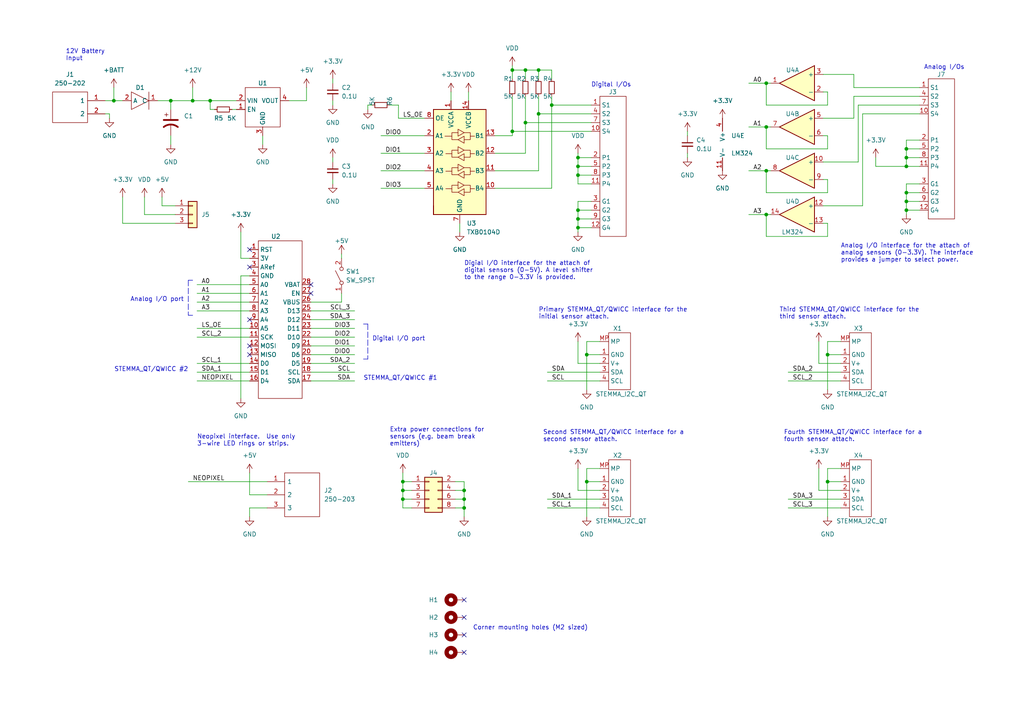
<source format=kicad_sch>
(kicad_sch (version 20211123) (generator eeschema)
  (paper "A4")
  (title_block (rev "0"))
  (lib_symbols
    (symbol "Amplifier_Operational:LM324" (pin_names (offset 0.127))
      (property "Reference" "U" (at 0 5.08 0))
      (property "Value" "LM324" (at 0 -5.08 0))
      (symbol "LM324_1_1"
        (polyline (pts (xy -5.08 5.08) (xy 5.08 0) (xy -5.08 -5.08) (xy -5.08 5.08)) (stroke (width 0.254)) (fill (type background)))
        (pin output line (at 7.62 0 180) (length 2.54) (name "~") (number "1"))
        (pin input line (at -7.62 -2.54 0) (length 2.54) (name "-") (number "2"))
        (pin input line (at -7.62 2.54 0) (length 2.54) (name "+") (number "3"))
      )
      (symbol "LM324_2_1"
        (polyline (pts (xy -5.08 5.08) (xy 5.08 0) (xy -5.08 -5.08) (xy -5.08 5.08)) (stroke (width 0.254)) (fill (type background)))
        (pin input line (at -7.62 2.54 0) (length 2.54) (name "+") (number "5"))
        (pin input line (at -7.62 -2.54 0) (length 2.54) (name "-") (number "6"))
        (pin output line (at 7.62 0 180) (length 2.54) (name "~") (number "7"))
      )
      (symbol "LM324_3_1"
        (polyline (pts (xy -5.08 5.08) (xy 5.08 0) (xy -5.08 -5.08) (xy -5.08 5.08)) (stroke (width 0.254)) (fill (type background)))
        (pin input line (at -7.62 2.54 0) (length 2.54) (name "+") (number "10"))
        (pin output line (at 7.62 0 180) (length 2.54) (name "~") (number "8"))
        (pin input line (at -7.62 -2.54 0) (length 2.54) (name "-") (number "9"))
      )
      (symbol "LM324_4_1"
        (polyline (pts (xy -5.08 5.08) (xy 5.08 0) (xy -5.08 -5.08) (xy -5.08 5.08)) (stroke (width 0.254)) (fill (type background)))
        (pin input line (at -7.62 2.54 0) (length 2.54) (name "+") (number "12"))
        (pin input line (at -7.62 -2.54 0) (length 2.54) (name "-") (number "13"))
        (pin output line (at 7.62 0 180) (length 2.54) (name "~") (number "14"))
      )
      (symbol "LM324_5_1"
        (pin power_in line (at -2.54 -7.62 90) (length 3.81) (name "V-") (number "11"))
        (pin power_in line (at -2.54 7.62 270) (length 3.81) (name "V+") (number "4"))
      )
    )
    (symbol "Appreciate:250-202" (pin_names (offset 0.762))
      (property "Reference" "J" (at 16.51 7.62 0))
      (property "Value" "250-202" (at 16.51 5.08 0))
      (symbol "250-202_0_0"
        (pin passive line (at 0 0 0) (length 5.08) (name "1") (number "1"))
        (pin passive line (at 0 -3.81 0) (length 5.08) (name "2") (number "2"))
      )
      (symbol "250-202_0_1"
        (polyline (pts (xy 5.08 2.54) (xy 15.24 2.54) (xy 15.24 -6.35) (xy 5.08 -6.35) (xy 5.08 2.54)) (stroke (width 0.1524)))
      )
    )
    (symbol "Appreciate:250-203" (pin_names (offset 0.762))
      (property "Reference" "J" (at 16.51 7.62 0))
      (property "Value" "250-203" (at 16.51 5.08 0))
      (symbol "250-203_0_0"
        (pin passive line (at 0 0 0) (length 5.08) (name "1") (number "1"))
        (pin passive line (at 0 -3.81 0) (length 5.08) (name "2") (number "2"))
        (pin passive line (at 0 -7.62 0) (length 5.08) (name "3") (number "3"))
      )
      (symbol "250-203_0_1"
        (polyline (pts (xy 5.08 2.54) (xy 15.24 2.54) (xy 15.24 -10.16) (xy 5.08 -10.16) (xy 5.08 2.54)) (stroke (width 0.1524)))
      )
    )
    (symbol "Appreciate:Feather_M4_CAN_Express"
      (property "Reference" "U" (at 0 0 0))
      (property "Value" "Feather_M4_CAN_Express" (at 0 -5.08 0))
      (symbol "Feather_M4_CAN_Express_0_1"
        (rectangle (start -6.35 43.18) (end 6.35 -2.54))
      )
      (symbol "Feather_M4_CAN_Express_1_1"
        (pin input line (at -8.89 40.64 0) (length 2.54) (name "RST") (number "1"))
        (pin input line (at -8.89 17.78 0) (length 2.54) (name "A5") (number "10"))
        (pin input line (at -8.89 15.24 0) (length 2.54) (name "SCK") (number "11"))
        (pin input line (at -8.89 12.7 0) (length 2.54) (name "MOSI") (number "12"))
        (pin input line (at -8.89 10.16 0) (length 2.54) (name "MISO") (number "13"))
        (pin bidirectional line (at -8.89 7.62 0) (length 2.54) (name "D0") (number "14"))
        (pin bidirectional line (at -8.89 5.08 0) (length 2.54) (name "D1") (number "15"))
        (pin bidirectional line (at -8.89 2.54 0) (length 2.54) (name "D4") (number "16"))
        (pin bidirectional line (at 8.89 2.54 180) (length 2.54) (name "SDA") (number "17"))
        (pin bidirectional line (at 8.89 5.08 180) (length 2.54) (name "SCL") (number "18"))
        (pin bidirectional line (at 8.89 7.62 180) (length 2.54) (name "D5") (number "19"))
        (pin power_out line (at -8.89 38.1 0) (length 2.54) (name "3V") (number "2"))
        (pin bidirectional line (at 8.89 10.16 180) (length 2.54) (name "D6") (number "20"))
        (pin bidirectional line (at 8.89 12.7 180) (length 2.54) (name "D9") (number "21"))
        (pin bidirectional line (at 8.89 15.24 180) (length 2.54) (name "D10") (number "22"))
        (pin bidirectional line (at 8.89 17.78 180) (length 2.54) (name "D11") (number "23"))
        (pin bidirectional line (at 8.89 20.32 180) (length 2.54) (name "D12") (number "24"))
        (pin bidirectional line (at 8.89 22.86 180) (length 2.54) (name "D13") (number "25"))
        (pin power_in line (at 8.89 25.4 180) (length 2.54) (name "VBUS") (number "26"))
        (pin input line (at 8.89 27.94 180) (length 2.54) (name "EN") (number "27"))
        (pin power_in line (at 8.89 30.48 180) (length 2.54) (name "VBAT") (number "28"))
        (pin input line (at -8.89 35.56 0) (length 2.54) (name "ARef") (number "3"))
        (pin power_in line (at -8.89 33.02 0) (length 2.54) (name "GND") (number "4"))
        (pin input line (at -8.89 30.48 0) (length 2.54) (name "A0") (number "5"))
        (pin input line (at -8.89 27.94 0) (length 2.54) (name "A1") (number "6"))
        (pin input line (at -8.89 25.4 0) (length 2.54) (name "A2") (number "7"))
        (pin input line (at -8.89 22.86 0) (length 2.54) (name "A3") (number "8"))
        (pin input line (at -8.89 20.32 0) (length 2.54) (name "A4") (number "9"))
      )
    )
    (symbol "Appreciate:STEMMA_I2C_QT"
      (property "Reference" "X" (at 2.54 20.32 0))
      (property "Value" "STEMMA_I2C_QT" (at 2.54 -2.54 0))
      (symbol "STEMMA_I2C_QT_0_1"
        (rectangle (start 0 16.51) (end 6.35 0))
      )
      (symbol "STEMMA_I2C_QT_1_1"
        (pin power_out line (at -2.54 10.16 0) (length 2.54) (name "GND") (number "1"))
        (pin power_out line (at -2.54 7.62 0) (length 2.54) (name "V+") (number "2"))
        (pin bidirectional line (at -2.54 5.08 0) (length 2.54) (name "SDA") (number "3"))
        (pin bidirectional line (at -2.54 2.54 0) (length 2.54) (name "SCL") (number "4"))
        (pin input line (at -2.54 13.97 0) (length 2.54) (name "MP") (number "MP"))
      )
    )
    (symbol "Appreciate:UPR20e3"
      (property "Reference" "D" (at 0 0 0))
      (property "Value" "UPR20e3" (at 0 7.62 0))
      (symbol "UPR20e3_0_1"
        (polyline (pts (xy 2.54 6.35) (xy 2.54 1.27)))
        (polyline (pts (xy -2.54 6.35) (xy -2.54 1.27) (xy 2.54 3.81) (xy -2.54 6.35)))
      )
      (symbol "UPR20e3_1_1"
        (pin power_out line (at 5.08 3.81 180) (length 2.54) (name "C") (number "1"))
        (pin power_in line (at -5.08 3.81 0) (length 2.54) (name "A") (number "2"))
      )
    )
    (symbol "Appreciate:Weewooday-820"
      (property "Reference" "U" (at 0 10.16 0))
      (property "Value" "Weewooday-820" (at 0 13.97 0))
      (symbol "Weewooday-820_0_1"
        (rectangle (start -5.08 11.43) (end 5.08 0))
      )
      (symbol "Weewooday-820_1_1"
        (pin input line (at -7.62 5.08 0) (length 2.54) (name "EN") (number "1"))
        (pin power_in line (at -7.62 7.62 0) (length 2.54) (name "VIN") (number "2"))
        (pin input line (at 0 -2.54 90) (length 2.54) (name "GND") (number "3"))
        (pin power_out line (at 7.62 7.62 180) (length 2.54) (name "VOUT") (number "4"))
      )
    )
    (symbol "Appreciate:conn_04_03"
      (property "Reference" "J" (at 2.54 40.64 0))
      (property "Value" "conn_04_03" (at 3.81 -3.81 0))
      (symbol "conn_04_03_0_1"
        (rectangle (start 0 39.37) (end 7.62 -1.27))
      )
      (symbol "conn_04_03_1_1"
        (pin bidirectional line (at -2.54 36.83 0) (length 2.54) (name "S1") (number "1"))
        (pin bidirectional line (at -2.54 29.21 0) (length 2.54) (name "S4") (number "10"))
        (pin power_out line (at -2.54 13.97 0) (length 2.54) (name "P4") (number "11"))
        (pin power_out line (at -2.54 1.27 0) (length 2.54) (name "G4") (number "12"))
        (pin power_out line (at -2.54 21.59 0) (length 2.54) (name "P1") (number "2"))
        (pin power_out line (at -2.54 8.89 0) (length 2.54) (name "G1") (number "3"))
        (pin bidirectional line (at -2.54 34.29 0) (length 2.54) (name "S2") (number "4"))
        (pin power_out line (at -2.54 19.05 0) (length 2.54) (name "P2") (number "5"))
        (pin power_out line (at -2.54 6.35 0) (length 2.54) (name "G2") (number "6"))
        (pin bidirectional line (at -2.54 31.75 0) (length 2.54) (name "S3") (number "7"))
        (pin power_out line (at -2.54 16.51 0) (length 2.54) (name "P3") (number "8"))
        (pin power_out line (at -2.54 3.81 0) (length 2.54) (name "G3") (number "9"))
      )
    )
    (symbol "Connector_Generic:Conn_01x03" (pin_names (offset 1.016) hide)
      (property "Reference" "J" (at 0 5.08 0))
      (property "Value" "Conn_01x03" (at 0 -5.08 0))
      (symbol "Conn_01x03_1_1"
        (rectangle (start -1.27 -2.413) (end 0 -2.667) (stroke (width 0.1524)))
        (rectangle (start -1.27 0.127) (end 0 -0.127) (stroke (width 0.1524)))
        (rectangle (start -1.27 2.667) (end 0 2.413) (stroke (width 0.1524)))
        (rectangle (start -1.27 3.81) (end 1.27 -3.81) (stroke (width 0.254)) (fill (type background)))
        (pin passive line (at -5.08 2.54 0) (length 3.81) (name "Pin_1") (number "1"))
        (pin passive line (at -5.08 0 0) (length 3.81) (name "Pin_2") (number "2"))
        (pin passive line (at -5.08 -2.54 0) (length 3.81) (name "Pin_3") (number "3"))
      )
    )
    (symbol "Connector_Generic:Conn_02x04_Odd_Even" (pin_names (offset 1.016) hide)
      (property "Reference" "J" (at 1.27 5.08 0))
      (property "Value" "Conn_02x04_Odd_Even" (at 1.27 -7.62 0))
      (symbol "Conn_02x04_Odd_Even_1_1"
        (rectangle (start -1.27 -4.953) (end 0 -5.207) (stroke (width 0.1524)))
        (rectangle (start -1.27 -2.413) (end 0 -2.667) (stroke (width 0.1524)))
        (rectangle (start -1.27 0.127) (end 0 -0.127) (stroke (width 0.1524)))
        (rectangle (start -1.27 2.667) (end 0 2.413) (stroke (width 0.1524)))
        (rectangle (start -1.27 3.81) (end 3.81 -6.35) (stroke (width 0.254)) (fill (type background)))
        (rectangle (start 3.81 -4.953) (end 2.54 -5.207) (stroke (width 0.1524)))
        (rectangle (start 3.81 -2.413) (end 2.54 -2.667) (stroke (width 0.1524)))
        (rectangle (start 3.81 0.127) (end 2.54 -0.127) (stroke (width 0.1524)))
        (rectangle (start 3.81 2.667) (end 2.54 2.413) (stroke (width 0.1524)))
        (pin passive line (at -5.08 2.54 0) (length 3.81) (name "Pin_1") (number "1"))
        (pin passive line (at 7.62 2.54 180) (length 3.81) (name "Pin_2") (number "2"))
        (pin passive line (at -5.08 0 0) (length 3.81) (name "Pin_3") (number "3"))
        (pin passive line (at 7.62 0 180) (length 3.81) (name "Pin_4") (number "4"))
        (pin passive line (at -5.08 -2.54 0) (length 3.81) (name "Pin_5") (number "5"))
        (pin passive line (at 7.62 -2.54 180) (length 3.81) (name "Pin_6") (number "6"))
        (pin passive line (at -5.08 -5.08 0) (length 3.81) (name "Pin_7") (number "7"))
        (pin passive line (at 7.62 -5.08 180) (length 3.81) (name "Pin_8") (number "8"))
      )
    )
    (symbol "Device:C_Polarized_US" (pin_numbers hide) (pin_names (offset 0.254) hide)
      (property "Reference" "C" (at 0.635 2.54 0))
      (property "Value" "C_Polarized_US" (at 0.635 -2.54 0))
      (symbol "C_Polarized_US_0_1"
        (polyline (pts (xy -2.032 0.762) (xy 2.032 0.762)) (stroke (width 0.508)))
        (polyline (pts (xy -1.778 2.286) (xy -0.762 2.286)))
        (polyline (pts (xy -1.27 1.778) (xy -1.27 2.794)))
        (arc (start 2.032 -1.27) (mid 0 -0.5572) (end -2.032 -1.27) (stroke (width 0.508)))
      )
      (symbol "C_Polarized_US_1_1"
        (pin passive line (at 0 3.81 270) (length 2.794) (name "~") (number "1"))
        (pin passive line (at 0 -3.81 90) (length 3.302) (name "~") (number "2"))
      )
    )
    (symbol "Device:C_Small" (pin_numbers hide) (pin_names (offset 0.254) hide)
      (property "Reference" "C" (at 0.254 1.778 0))
      (property "Value" "C_Small" (at 0.254 -2.032 0))
      (symbol "C_Small_0_1"
        (polyline (pts (xy -1.524 -0.508) (xy 1.524 -0.508)) (stroke (width 0.3302)))
        (polyline (pts (xy -1.524 0.508) (xy 1.524 0.508)) (stroke (width 0.3048)))
      )
      (symbol "C_Small_1_1"
        (pin passive line (at 0 2.54 270) (length 2.032) (name "~") (number "1"))
        (pin passive line (at 0 -2.54 90) (length 2.032) (name "~") (number "2"))
      )
    )
    (symbol "Device:R_Small" (pin_numbers hide) (pin_names (offset 0.254) hide)
      (property "Reference" "R" (at 0.762 0.508 0))
      (property "Value" "R_Small" (at 0.762 -1.016 0))
      (symbol "R_Small_0_1"
        (rectangle (start -0.762 1.778) (end 0.762 -1.778) (stroke (width 0.2032)))
      )
      (symbol "R_Small_1_1"
        (pin passive line (at 0 2.54 270) (length 0.762) (name "~") (number "1"))
        (pin passive line (at 0 -2.54 90) (length 0.762) (name "~") (number "2"))
      )
    )
    (symbol "Logic_LevelTranslator:TXB0104D"
      (property "Reference" "U" (at -6.35 16.51 0))
      (property "Value" "TXB0104D" (at 3.81 16.51 0))
      (symbol "TXB0104D_0_1"
        (rectangle (start -7.62 -15.24) (end -7.62 -12.7) (stroke (width 0.254)))
        (rectangle (start -7.62 15.24) (end 7.62 -15.24) (stroke (width 0.254)) (fill (type background)))
        (polyline (pts (xy -2.286 -7.747) (xy -2.286 -6.731) (xy -0.508 -6.731)))
        (polyline (pts (xy -2.286 -2.667) (xy -2.286 -1.651) (xy -0.508 -1.651)))
        (polyline (pts (xy -2.286 2.413) (xy -2.286 3.429) (xy -0.508 3.429)))
        (polyline (pts (xy -2.286 7.493) (xy -2.286 8.509) (xy -0.508 8.509)))
        (polyline (pts (xy 3.048 -7.747) (xy 3.048 -8.763) (xy 1.27 -8.763)))
        (polyline (pts (xy 3.048 -2.667) (xy 3.048 -3.683) (xy 1.27 -3.683)))
        (polyline (pts (xy 3.048 2.413) (xy 3.048 1.397) (xy 1.27 1.397)))
        (polyline (pts (xy 3.048 7.493) (xy 3.048 6.477) (xy 1.27 6.477)))
        (polyline (pts (xy -0.508 -8.763) (xy -2.286 -8.763) (xy -2.286 -7.747) (xy -4.064 -7.747)))
        (polyline (pts (xy -0.508 -8.763) (xy 1.27 -7.747) (xy 1.27 -9.779) (xy -0.508 -8.763)))
        (polyline (pts (xy -0.508 -3.683) (xy -2.286 -3.683) (xy -2.286 -2.667) (xy -4.064 -2.667)))
        (polyline (pts (xy -0.508 -3.683) (xy 1.27 -2.667) (xy 1.27 -4.699) (xy -0.508 -3.683)))
        (polyline (pts (xy -0.508 1.397) (xy -2.286 1.397) (xy -2.286 2.413) (xy -4.064 2.413)))
        (polyline (pts (xy -0.508 1.397) (xy 1.27 2.413) (xy 1.27 0.381) (xy -0.508 1.397)))
        (polyline (pts (xy -0.508 6.477) (xy -2.286 6.477) (xy -2.286 7.493) (xy -4.318 7.493)))
        (polyline (pts (xy -0.508 6.477) (xy 1.27 7.493) (xy 1.27 5.461) (xy -0.508 6.477)))
        (polyline (pts (xy 1.27 -6.731) (xy -0.508 -7.747) (xy -0.508 -5.715) (xy 1.27 -6.731)))
        (polyline (pts (xy 1.27 -6.731) (xy 3.048 -6.731) (xy 3.048 -7.747) (xy 4.318 -7.747)))
        (polyline (pts (xy 1.27 -1.651) (xy -0.508 -2.667) (xy -0.508 -0.635) (xy 1.27 -1.651)))
        (polyline (pts (xy 1.27 -1.651) (xy 3.048 -1.651) (xy 3.048 -2.667) (xy 4.318 -2.667)))
        (polyline (pts (xy 1.27 3.429) (xy -0.508 2.413) (xy -0.508 4.445) (xy 1.27 3.429)))
        (polyline (pts (xy 1.27 3.429) (xy 3.048 3.429) (xy 3.048 2.413) (xy 4.318 2.413)))
        (polyline (pts (xy 1.27 8.509) (xy -0.508 7.493) (xy -0.508 9.525) (xy 1.27 8.509)))
        (polyline (pts (xy 1.27 8.509) (xy 3.048 8.509) (xy 3.048 7.493) (xy 4.318 7.493)))
      )
      (symbol "TXB0104D_1_1"
        (pin power_in line (at -2.54 17.78 270) (length 2.54) (name "VCCA") (number "1"))
        (pin bidirectional line (at 10.16 -7.62 180) (length 2.54) (name "B4") (number "10"))
        (pin bidirectional line (at 10.16 -2.54 180) (length 2.54) (name "B3") (number "11"))
        (pin bidirectional line (at 10.16 2.54 180) (length 2.54) (name "B2") (number "12"))
        (pin bidirectional line (at 10.16 7.62 180) (length 2.54) (name "B1") (number "13"))
        (pin power_in line (at 2.54 17.78 270) (length 2.54) (name "VCCB") (number "14"))
        (pin bidirectional line (at -10.16 7.62 0) (length 2.54) (name "A1") (number "2"))
        (pin bidirectional line (at -10.16 2.54 0) (length 2.54) (name "A2") (number "3"))
        (pin bidirectional line (at -10.16 -2.54 0) (length 2.54) (name "A3") (number "4"))
        (pin bidirectional line (at -10.16 -7.62 0) (length 2.54) (name "A4") (number "5"))
        (pin no_connect line (at -10.16 -12.7 0) (length 2.54) hide (name "NC") (number "6"))
        (pin power_in line (at 0 -17.78 90) (length 2.54) (name "GND") (number "7"))
        (pin input line (at -10.16 12.7 0) (length 2.54) (name "OE") (number "8"))
        (pin no_connect line (at 10.16 -12.7 180) (length 2.54) hide (name "NC") (number "9"))
      )
    )
    (symbol "Mechanical:MountingHole_Pad" (pin_numbers hide) (pin_names (offset 1.016) hide)
      (property "Reference" "H" (at 0 6.35 0))
      (property "Value" "MountingHole_Pad" (at 0 4.445 0))
      (symbol "MountingHole_Pad_0_1"
        (circle (center 0 1.27) (radius 1.27) (stroke (width 1.27)))
      )
      (symbol "MountingHole_Pad_1_1"
        (pin input line (at 0 -2.54 90) (length 2.54) (name "1") (number "1"))
      )
    )
    (symbol "Switch:SW_SPST" (pin_names (offset 0) hide)
      (property "Reference" "SW" (at 0 3.175 0))
      (property "Value" "SW_SPST" (at 0 -2.54 0))
      (symbol "SW_SPST_0_0"
        (circle (center -2.032 0) (radius 0.508))
        (polyline (pts (xy -1.524 0.254) (xy 1.524 1.778)))
        (circle (center 2.032 0) (radius 0.508))
      )
      (symbol "SW_SPST_1_1"
        (pin passive line (at -5.08 0 0) (length 2.54) (name "A") (number "1"))
        (pin passive line (at 5.08 0 180) (length 2.54) (name "B") (number "2"))
      )
    )
    (symbol "power:+12V" (power) (pin_names (offset 0))
      (property "Value" "+12V" (at 0 3.556 0))
      (symbol "+12V_0_1"
        (polyline (pts (xy -0.762 1.27) (xy 0 2.54)))
        (polyline (pts (xy 0 0) (xy 0 2.54)))
        (polyline (pts (xy 0 2.54) (xy 0.762 1.27)))
      )
      (symbol "+12V_1_1"
        (pin power_in line (at 0 0 90) (length 0) hide (name "+12V") (number "1"))
      )
    )
    (symbol "power:+3.3V" (power) (pin_names (offset 0))
      (property "Value" "+3.3V" (at 0 3.556 0))
      (symbol "+3.3V_0_1"
        (polyline (pts (xy -0.762 1.27) (xy 0 2.54)))
        (polyline (pts (xy 0 0) (xy 0 2.54)))
        (polyline (pts (xy 0 2.54) (xy 0.762 1.27)))
      )
      (symbol "+3.3V_1_1"
        (pin power_in line (at 0 0 90) (length 0) hide (name "+3.3V") (number "1"))
      )
    )
    (symbol "power:+5V" (power) (pin_names (offset 0))
      (property "Value" "+5V" (at 0 3.556 0))
      (symbol "+5V_0_1"
        (polyline (pts (xy -0.762 1.27) (xy 0 2.54)))
        (polyline (pts (xy 0 0) (xy 0 2.54)))
        (polyline (pts (xy 0 2.54) (xy 0.762 1.27)))
      )
      (symbol "+5V_1_1"
        (pin power_in line (at 0 0 90) (length 0) hide (name "+5V") (number "1"))
      )
    )
    (symbol "power:+BATT" (power) (pin_names (offset 0))
      (property "Value" "+BATT" (at 0 3.556 0))
      (symbol "+BATT_0_1"
        (polyline (pts (xy -0.762 1.27) (xy 0 2.54)))
        (polyline (pts (xy 0 0) (xy 0 2.54)))
        (polyline (pts (xy 0 2.54) (xy 0.762 1.27)))
      )
      (symbol "+BATT_1_1"
        (pin power_in line (at 0 0 90) (length 0) hide (name "+BATT") (number "1"))
      )
    )
    (symbol "power:GND" (power) (pin_names (offset 0))
      (property "Value" "GND" (at 0 -3.81 0))
      (symbol "GND_0_1"
        (polyline (pts (xy 0 0) (xy 0 -1.27) (xy 1.27 -1.27) (xy 0 -2.54) (xy -1.27 -1.27) (xy 0 -1.27)))
      )
      (symbol "GND_1_1"
        (pin power_in line (at 0 0 270) (length 0) hide (name "GND") (number "1"))
      )
    )
    (symbol "power:VDD" (power) (pin_names (offset 0))
      (property "Value" "VDD" (at 0 3.81 0))
      (symbol "VDD_0_1"
        (polyline (pts (xy -0.762 1.27) (xy 0 2.54)))
        (polyline (pts (xy 0 0) (xy 0 2.54)))
        (polyline (pts (xy 0 2.54) (xy 0.762 1.27)))
      )
      (symbol "VDD_1_1"
        (pin power_in line (at 0 0 90) (length 0) hide (name "VDD") (number "1"))
      )
    )
  )
  (junction (at 148.59 20.32))
  (junction (at 222.25 24.13))
  (junction (at 222.25 36.83))
  (junction (at 134.62 144.78))
  (junction (at 167.64 48.26))
  (junction (at 134.62 142.24))
  (junction (at 167.64 45.72))
  (junction (at 134.62 147.32))
  (junction (at 33.02 29.21))
  (junction (at 222.25 62.23))
  (junction (at 152.4 35.56))
  (junction (at 156.21 20.32))
  (junction (at 160.02 30.48))
  (junction (at 55.88 29.21))
  (junction (at 167.64 50.8))
  (junction (at 116.84 142.24))
  (junction (at 167.64 66.04))
  (junction (at 148.59 38.1))
  (junction (at 170.18 102.87))
  (junction (at 156.21 33.02))
  (junction (at 240.03 139.7))
  (junction (at 240.03 102.87))
  (junction (at 262.89 45.72))
  (junction (at 222.25 49.53))
  (junction (at 49.53 29.21))
  (junction (at 262.89 55.88))
  (junction (at 262.89 58.42))
  (junction (at 167.64 63.5))
  (junction (at 116.84 139.7))
  (junction (at 262.89 48.26))
  (junction (at 170.18 139.7))
  (junction (at 167.64 60.96))
  (junction (at 60.96 29.21))
  (junction (at 116.84 144.78))
  (junction (at 262.89 60.96))
  (junction (at 262.89 43.18))
  (junction (at 152.4 20.32))
  (no_connect (at 72.39 92.71))
  (no_connect (at 134.62 184.15))
  (no_connect (at 134.62 179.07))
  (no_connect (at 72.39 72.39))
  (no_connect (at 72.39 77.47))
  (no_connect (at 90.17 85.09))
  (no_connect (at 90.17 82.55))
  (no_connect (at 134.62 189.23))
  (no_connect (at 72.39 100.33))
  (no_connect (at 72.39 102.87))
  (no_connect (at 134.62 173.99))
  (wire (pts (xy 110.49 44.45) (xy 123.19 44.45)))
  (wire (pts (xy 170.18 102.87) (xy 170.18 113.03)))
  (wire (pts (xy 57.15 107.95) (xy 72.39 107.95)))
  (wire (pts (xy 167.64 135.89) (xy 167.64 142.24)))
  (wire (pts (xy 33.02 25.4) (xy 33.02 29.21)))
  (wire (pts (xy 243.84 135.89) (xy 240.03 135.89)))
  (wire (pts (xy 116.84 142.24) (xy 116.84 139.7)))
  (wire (pts (xy 240.03 68.58) (xy 222.25 68.58)))
  (wire (pts (xy 35.56 64.77) (xy 35.56 57.15)))
  (wire (pts (xy 238.76 34.29) (xy 247.65 34.29)))
  (wire (pts (xy 228.6 110.49) (xy 243.84 110.49)))
  (wire (pts (xy 69.85 74.93) (xy 72.39 74.93)))
  (wire (pts (xy 170.18 139.7) (xy 170.18 149.86)))
  (wire (pts (xy 72.39 149.86) (xy 72.39 147.32)))
  (wire (pts (xy 72.39 80.01) (xy 69.85 80.01)))
  (wire (pts (xy 167.64 58.42) (xy 171.45 58.42)))
  (wire (pts (xy 148.59 27.94) (xy 148.59 38.1)))
  (wire (pts (xy 262.89 53.34) (xy 266.7 53.34)))
  (wire (pts (xy 222.25 36.83) (xy 223.52 36.83)))
  (wire (pts (xy 72.39 137.16) (xy 72.39 143.51)))
  (wire (pts (xy 49.53 29.21) (xy 49.53 31.75)))
  (wire (pts (xy 60.96 31.75) (xy 60.96 29.21)))
  (wire (pts (xy 160.02 30.48) (xy 160.02 54.61)))
  (wire (pts (xy 110.49 54.61) (xy 123.19 54.61)))
  (wire (pts (xy 238.76 46.99) (xy 248.92 46.99)))
  (wire (pts (xy 170.18 99.06) (xy 170.18 102.87)))
  (wire (pts (xy 90.17 107.95) (xy 102.87 107.95)))
  (wire (pts (xy 167.64 99.06) (xy 167.64 105.41)))
  (wire (pts (xy 116.84 147.32) (xy 116.84 144.78)))
  (wire (pts (xy 90.17 90.17) (xy 102.87 90.17)))
  (wire (pts (xy 262.89 55.88) (xy 262.89 58.42)))
  (wire (pts (xy 217.17 49.53) (xy 222.25 49.53)))
  (wire (pts (xy 90.17 95.25) (xy 102.87 95.25)))
  (polyline (pts (xy 54.61 91.44) (xy 55.88 91.44)))
  (wire (pts (xy 237.49 135.89) (xy 237.49 142.24)))
  (wire (pts (xy 228.6 147.32) (xy 243.84 147.32)))
  (wire (pts (xy 62.23 31.75) (xy 60.96 31.75)))
  (wire (pts (xy 156.21 20.32) (xy 160.02 20.32)))
  (wire (pts (xy 134.62 147.32) (xy 134.62 144.78)))
  (wire (pts (xy 116.84 139.7) (xy 119.38 139.7)))
  (wire (pts (xy 238.76 52.07) (xy 240.03 52.07)))
  (wire (pts (xy 60.96 29.21) (xy 68.58 29.21)))
  (wire (pts (xy 266.7 40.64) (xy 262.89 40.64)))
  (wire (pts (xy 240.03 99.06) (xy 240.03 102.87)))
  (polyline (pts (xy 105.41 93.98) (xy 106.68 93.98)))
  (wire (pts (xy 96.52 22.86) (xy 96.52 24.13)))
  (wire (pts (xy 248.92 30.48) (xy 266.7 30.48)))
  (polyline (pts (xy 54.61 81.28) (xy 54.61 91.44)))
  (wire (pts (xy 160.02 30.48) (xy 171.45 30.48)))
  (wire (pts (xy 99.06 73.66) (xy 99.06 74.93)))
  (wire (pts (xy 238.76 64.77) (xy 240.03 64.77)))
  (wire (pts (xy 170.18 102.87) (xy 173.99 102.87)))
  (wire (pts (xy 250.19 59.69) (xy 250.19 33.02)))
  (wire (pts (xy 90.17 102.87) (xy 102.87 102.87)))
  (wire (pts (xy 148.59 20.32) (xy 152.4 20.32)))
  (wire (pts (xy 167.64 63.5) (xy 167.64 66.04)))
  (wire (pts (xy 143.51 49.53) (xy 156.21 49.53)))
  (wire (pts (xy 237.49 142.24) (xy 243.84 142.24)))
  (wire (pts (xy 152.4 20.32) (xy 156.21 20.32)))
  (wire (pts (xy 199.39 44.45) (xy 199.39 45.72)))
  (wire (pts (xy 152.4 27.94) (xy 152.4 35.56)))
  (wire (pts (xy 132.08 142.24) (xy 134.62 142.24)))
  (wire (pts (xy 45.72 29.21) (xy 49.53 29.21)))
  (wire (pts (xy 30.48 33.02) (xy 31.75 33.02)))
  (wire (pts (xy 69.85 67.31) (xy 69.85 74.93)))
  (wire (pts (xy 217.17 62.23) (xy 222.25 62.23)))
  (wire (pts (xy 133.35 64.77) (xy 133.35 67.31)))
  (wire (pts (xy 90.17 92.71) (xy 102.87 92.71)))
  (wire (pts (xy 173.99 135.89) (xy 170.18 135.89)))
  (wire (pts (xy 228.6 144.78) (xy 243.84 144.78)))
  (wire (pts (xy 54.61 139.7) (xy 77.47 139.7)))
  (wire (pts (xy 106.68 30.48) (xy 107.95 30.48)))
  (wire (pts (xy 167.64 66.04) (xy 167.64 67.31)))
  (wire (pts (xy 158.75 107.95) (xy 173.99 107.95)))
  (wire (pts (xy 167.64 53.34) (xy 167.64 50.8)))
  (wire (pts (xy 262.89 45.72) (xy 262.89 43.18)))
  (wire (pts (xy 96.52 45.72) (xy 96.52 46.99)))
  (wire (pts (xy 110.49 39.37) (xy 123.19 39.37)))
  (wire (pts (xy 143.51 54.61) (xy 160.02 54.61)))
  (polyline (pts (xy 55.88 81.28) (xy 54.61 81.28)))
  (wire (pts (xy 167.64 58.42) (xy 167.64 60.96)))
  (wire (pts (xy 132.08 147.32) (xy 134.62 147.32)))
  (wire (pts (xy 167.64 63.5) (xy 171.45 63.5)))
  (wire (pts (xy 57.15 97.79) (xy 72.39 97.79)))
  (wire (pts (xy 250.19 33.02) (xy 266.7 33.02)))
  (wire (pts (xy 167.64 48.26) (xy 167.64 45.72)))
  (wire (pts (xy 160.02 22.86) (xy 160.02 20.32)))
  (wire (pts (xy 69.85 80.01) (xy 69.85 115.57)))
  (wire (pts (xy 116.84 144.78) (xy 116.84 142.24)))
  (wire (pts (xy 90.17 87.63) (xy 99.06 87.63)))
  (wire (pts (xy 222.25 36.83) (xy 222.25 43.18)))
  (polyline (pts (xy 106.68 93.98) (xy 106.68 104.14)))
  (wire (pts (xy 262.89 55.88) (xy 266.7 55.88)))
  (wire (pts (xy 254 48.26) (xy 262.89 48.26)))
  (wire (pts (xy 49.53 29.21) (xy 55.88 29.21)))
  (wire (pts (xy 247.65 27.94) (xy 266.7 27.94)))
  (wire (pts (xy 240.03 64.77) (xy 240.03 68.58)))
  (wire (pts (xy 116.84 139.7) (xy 116.84 137.16)))
  (wire (pts (xy 30.48 29.21) (xy 33.02 29.21)))
  (wire (pts (xy 132.08 144.78) (xy 134.62 144.78)))
  (wire (pts (xy 90.17 110.49) (xy 102.87 110.49)))
  (wire (pts (xy 46.99 59.69) (xy 46.99 57.15)))
  (wire (pts (xy 113.03 30.48) (xy 115.57 30.48)))
  (wire (pts (xy 57.15 87.63) (xy 72.39 87.63)))
  (wire (pts (xy 266.7 43.18) (xy 262.89 43.18)))
  (wire (pts (xy 106.68 30.48) (xy 106.68 31.75)))
  (wire (pts (xy 222.25 55.88) (xy 222.25 49.53)))
  (wire (pts (xy 243.84 99.06) (xy 240.03 99.06)))
  (wire (pts (xy 148.59 20.32) (xy 148.59 22.86)))
  (wire (pts (xy 148.59 19.05) (xy 148.59 20.32)))
  (wire (pts (xy 134.62 142.24) (xy 134.62 139.7)))
  (wire (pts (xy 72.39 147.32) (xy 77.47 147.32)))
  (wire (pts (xy 90.17 97.79) (xy 102.87 97.79)))
  (wire (pts (xy 134.62 149.86) (xy 134.62 147.32)))
  (wire (pts (xy 115.57 34.29) (xy 123.19 34.29)))
  (wire (pts (xy 222.25 24.13) (xy 223.52 24.13)))
  (wire (pts (xy 248.92 46.99) (xy 248.92 30.48)))
  (wire (pts (xy 240.03 139.7) (xy 240.03 149.86)))
  (wire (pts (xy 116.84 142.24) (xy 119.38 142.24)))
  (wire (pts (xy 55.88 29.21) (xy 60.96 29.21)))
  (wire (pts (xy 238.76 21.59) (xy 247.65 21.59)))
  (wire (pts (xy 156.21 20.32) (xy 156.21 22.86)))
  (wire (pts (xy 167.64 60.96) (xy 171.45 60.96)))
  (wire (pts (xy 156.21 33.02) (xy 156.21 49.53)))
  (wire (pts (xy 134.62 144.78) (xy 134.62 142.24)))
  (wire (pts (xy 222.25 62.23) (xy 223.52 62.23)))
  (wire (pts (xy 33.02 29.21) (xy 35.56 29.21)))
  (wire (pts (xy 115.57 30.48) (xy 115.57 34.29)))
  (wire (pts (xy 158.75 144.78) (xy 173.99 144.78)))
  (wire (pts (xy 237.49 99.06) (xy 237.49 105.41)))
  (wire (pts (xy 266.7 45.72) (xy 262.89 45.72)))
  (wire (pts (xy 247.65 34.29) (xy 247.65 27.94)))
  (wire (pts (xy 156.21 27.94) (xy 156.21 33.02)))
  (wire (pts (xy 50.8 59.69) (xy 46.99 59.69)))
  (wire (pts (xy 217.17 36.83) (xy 222.25 36.83)))
  (wire (pts (xy 76.2 39.37) (xy 76.2 41.91)))
  (wire (pts (xy 173.99 99.06) (xy 170.18 99.06)))
  (wire (pts (xy 160.02 27.94) (xy 160.02 30.48)))
  (wire (pts (xy 135.89 26.67) (xy 135.89 29.21)))
  (wire (pts (xy 99.06 85.09) (xy 99.06 87.63)))
  (wire (pts (xy 130.81 26.67) (xy 130.81 29.21)))
  (polyline (pts (xy 105.41 104.14) (xy 106.68 104.14)))
  (wire (pts (xy 262.89 43.18) (xy 262.89 40.64)))
  (wire (pts (xy 240.03 30.48) (xy 222.25 30.48)))
  (wire (pts (xy 49.53 39.37) (xy 49.53 41.91)))
  (wire (pts (xy 167.64 60.96) (xy 167.64 63.5)))
  (wire (pts (xy 50.8 62.23) (xy 41.91 62.23)))
  (wire (pts (xy 247.65 25.4) (xy 266.7 25.4)))
  (wire (pts (xy 55.88 25.4) (xy 55.88 29.21)))
  (wire (pts (xy 116.84 144.78) (xy 119.38 144.78)))
  (wire (pts (xy 35.56 64.77) (xy 50.8 64.77)))
  (wire (pts (xy 57.15 90.17) (xy 72.39 90.17)))
  (wire (pts (xy 238.76 26.67) (xy 240.03 26.67)))
  (wire (pts (xy 158.75 147.32) (xy 173.99 147.32)))
  (wire (pts (xy 171.45 50.8) (xy 167.64 50.8)))
  (wire (pts (xy 148.59 38.1) (xy 171.45 38.1)))
  (wire (pts (xy 262.89 60.96) (xy 262.89 62.23)))
  (wire (pts (xy 240.03 135.89) (xy 240.03 139.7)))
  (wire (pts (xy 240.03 52.07) (xy 240.03 55.88)))
  (wire (pts (xy 237.49 105.41) (xy 243.84 105.41)))
  (wire (pts (xy 171.45 45.72) (xy 167.64 45.72)))
  (wire (pts (xy 143.51 44.45) (xy 152.4 44.45)))
  (wire (pts (xy 143.51 39.37) (xy 148.59 39.37)))
  (wire (pts (xy 90.17 100.33) (xy 102.87 100.33)))
  (wire (pts (xy 222.25 62.23) (xy 222.25 68.58)))
  (wire (pts (xy 262.89 60.96) (xy 266.7 60.96)))
  (wire (pts (xy 152.4 20.32) (xy 152.4 22.86)))
  (wire (pts (xy 240.03 43.18) (xy 222.25 43.18)))
  (wire (pts (xy 167.64 105.41) (xy 173.99 105.41)))
  (wire (pts (xy 57.15 82.55) (xy 72.39 82.55)))
  (wire (pts (xy 156.21 33.02) (xy 171.45 33.02)))
  (wire (pts (xy 167.64 142.24) (xy 173.99 142.24)))
  (wire (pts (xy 262.89 58.42) (xy 266.7 58.42)))
  (wire (pts (xy 158.75 110.49) (xy 173.99 110.49)))
  (wire (pts (xy 88.9 25.4) (xy 88.9 29.21)))
  (wire (pts (xy 254 45.72) (xy 254 48.26)))
  (wire (pts (xy 41.91 62.23) (xy 41.91 57.15)))
  (wire (pts (xy 266.7 48.26) (xy 262.89 48.26)))
  (wire (pts (xy 222.25 49.53) (xy 223.52 49.53)))
  (wire (pts (xy 240.03 26.67) (xy 240.03 30.48)))
  (wire (pts (xy 57.15 105.41) (xy 72.39 105.41)))
  (wire (pts (xy 238.76 39.37) (xy 240.03 39.37)))
  (wire (pts (xy 167.64 66.04) (xy 171.45 66.04)))
  (wire (pts (xy 217.17 24.13) (xy 222.25 24.13)))
  (wire (pts (xy 240.03 102.87) (xy 240.03 113.03)))
  (wire (pts (xy 228.6 107.95) (xy 243.84 107.95)))
  (wire (pts (xy 31.75 33.02) (xy 31.75 34.29)))
  (wire (pts (xy 67.31 31.75) (xy 68.58 31.75)))
  (wire (pts (xy 240.03 55.88) (xy 222.25 55.88)))
  (wire (pts (xy 148.59 39.37) (xy 148.59 38.1)))
  (wire (pts (xy 262.89 53.34) (xy 262.89 55.88)))
  (wire (pts (xy 152.4 35.56) (xy 171.45 35.56)))
  (wire (pts (xy 247.65 21.59) (xy 247.65 25.4)))
  (wire (pts (xy 57.15 85.09) (xy 72.39 85.09)))
  (wire (pts (xy 167.64 45.72) (xy 167.64 44.45)))
  (wire (pts (xy 240.03 139.7) (xy 243.84 139.7)))
  (wire (pts (xy 262.89 58.42) (xy 262.89 60.96)))
  (wire (pts (xy 119.38 147.32) (xy 116.84 147.32)))
  (wire (pts (xy 96.52 52.07) (xy 96.52 53.34)))
  (wire (pts (xy 152.4 44.45) (xy 152.4 35.56)))
  (wire (pts (xy 222.25 30.48) (xy 222.25 24.13)))
  (wire (pts (xy 72.39 143.51) (xy 77.47 143.51)))
  (wire (pts (xy 167.64 50.8) (xy 167.64 48.26)))
  (wire (pts (xy 262.89 48.26) (xy 262.89 45.72)))
  (wire (pts (xy 171.45 53.34) (xy 167.64 53.34)))
  (wire (pts (xy 134.62 139.7) (xy 132.08 139.7)))
  (wire (pts (xy 171.45 48.26) (xy 167.64 48.26)))
  (wire (pts (xy 170.18 135.89) (xy 170.18 139.7)))
  (wire (pts (xy 90.17 105.41) (xy 102.87 105.41)))
  (wire (pts (xy 238.76 59.69) (xy 250.19 59.69)))
  (wire (pts (xy 240.03 39.37) (xy 240.03 43.18)))
  (wire (pts (xy 96.52 29.21) (xy 96.52 30.48)))
  (wire (pts (xy 57.15 110.49) (xy 72.39 110.49)))
  (wire (pts (xy 110.49 49.53) (xy 123.19 49.53)))
  (wire (pts (xy 199.39 38.1) (xy 199.39 39.37)))
  (wire (pts (xy 240.03 102.87) (xy 243.84 102.87)))
  (wire (pts (xy 83.82 29.21) (xy 88.9 29.21)))
  (wire (pts (xy 57.15 95.25) (xy 72.39 95.25)))
  (wire (pts (xy 170.18 139.7) (xy 173.99 139.7)))
  (text "Corner mounting holes (M2 sized)" (at 137.16 182.88 0) (effects (font (size 1.27 1.27)) (justify left bottom)))
  (text "Digital I/Os" (at 171.45 25.4 0) (effects (font (size 1.27 1.27)) (justify left bottom)))
  (text "Analog I/Os" (at 267.97 20.32 0) (effects (font (size 1.27 1.27)) (justify left bottom)))
  (text "Third STEMMA_QT/QWICC interface for the\nthird sensor attach." (at 226.06 92.71 0) (effects (font (size 1.27 1.27)) (justify left bottom)))
  (text "Primary STEMMA_QT/QWICC interface for the\ninitial sensor attach." (at 156.21 92.71 0) (effects (font (size 1.27 1.27)) (justify left bottom)))
  (text "Extra power connections for\nsensors (e.g. beam break\nemitters)" (at 113.03 129.54 0) (effects (font (size 1.27 1.27)) (justify left bottom)))
  (text "Digial I/O interface for the attach of\ndigital sensors (0-5V). A level shifter\nto the range 0-3.3V is provided." (at 134.62 81.28 0) (effects (font (size 1.27 1.27)) (justify left bottom)))
  (text "Second STEMMA_QT/QWICC interface for a\nsecond sensor attach." (at 157.48 128.27 0) (effects (font (size 1.27 1.27)) (justify left bottom)))
  (text "Digital I/O port" (at 107.95 99.06 0) (effects (font (size 1.27 1.27)) (justify left bottom)))
  (text "Analog I/O port" (at 53.34 87.63 180) (effects (font (size 1.27 1.27)) (justify right bottom)))
  (text "STEMMA_QT/QWICC #1" (at 105.41 110.49 0) (effects (font (size 1.27 1.27)) (justify left bottom)))
  (text "12V Battery\nInput" (at 19.05 17.78 0) (effects (font (size 1.27 1.27)) (justify left bottom)))
  (text "STEMMA_QT/QWICC #2" (at 54.61 107.95 180) (effects (font (size 1.27 1.27)) (justify right bottom)))
  (text "Analog I/O interface for the attach of\nanalog sensors (0-3.3V). The interface\nprovides a jumper to select power." (at 243.84 76.2 0) (effects (font (size 1.27 1.27)) (justify left bottom)))
  (text "Neopixel interface.  Use only\n3-wire LED rings or strips." (at 57.15 129.54 0) (effects (font (size 1.27 1.27)) (justify left bottom)))
  (text "Fourth STEMMA_QT/QWICC interface for a\nfourth sensor attach." (at 227.33 128.27 0) (effects (font (size 1.27 1.27)) (justify left bottom)))
  (label "A2" (at 58.42 87.63 0))
  (label "LS_OE" (at 116.84 34.29 0))
  (label "SCL_2" (at 58.42 97.79 0))
  (label "LS_OE" (at 58.42 95.25 0))
  (label "A0" (at 58.42 82.55 0))
  (label "NEOPIXEL" (at 55.88 139.7 0))
  (label "SCL_3" (at 229.87 147.32 0))
  (label "A1" (at 58.42 85.09 0))
  (label "SCL_1" (at 58.42 105.41 0))
  (label "SCL" (at 101.6 107.95 180))
  (label "NEOPIXEL" (at 58.42 110.49 0))
  (label "SCL" (at 160.02 110.49 0))
  (label "DIO1" (at 101.6 100.33 180))
  (label "SDA" (at 160.02 107.95 0))
  (label "A3" (at 58.42 90.17 0))
  (label "A3" (at 218.44 62.23 0))
  (label "SDA_1" (at 58.42 107.95 0))
  (label "A2" (at 218.44 49.53 0))
  (label "SCL_2" (at 229.87 110.49 0))
  (label "A0" (at 218.44 24.13 0))
  (label "DIO0" (at 101.6 102.87 180))
  (label "SCL_1" (at 160.02 147.32 0))
  (label "A1" (at 218.44 36.83 0))
  (label "SDA" (at 101.6 110.49 180))
  (label "DIO2" (at 101.6 97.79 180))
  (label "SDA_2" (at 229.87 107.95 0))
  (label "SDA_3" (at 101.6 92.71 180))
  (label "SDA_1" (at 160.02 144.78 0))
  (label "DIO0" (at 111.76 39.37 0))
  (label "DIO1" (at 111.76 44.45 0))
  (label "SCL_3" (at 101.6 90.17 180))
  (label "SDA_2" (at 101.6 105.41 180))
  (label "SDA_3" (at 229.87 144.78 0))
  (label "DIO2" (at 111.76 49.53 0))
  (label "DIO3" (at 101.6 95.25 180))
  (label "DIO3" (at 111.76 54.61 0))
  (symbol (lib_id "Device:C_Polarized_US") (at 49.53 35.56 0) (unit 1)
    (property "Reference" "C1" (at 53.34 33.6549 0) (effects (justify left)))
    (property "Value" "10u" (effects hide))
    (property "Footprint" "Capacitor_SMD:CP_Elec_8x10" (effects hide))
  )
  (symbol (lib_id "power:GND") (at 96.52 30.48 0) (unit 1)
    (property "Reference" "#PWR0126" (effects hide))
    (property "Value" "GND" (at 96.52 35.56 0))
  )
  (symbol (lib_id "Amplifier_Operational:LM324") (at 231.14 62.23 0) (mirror y) (unit 4)
    (property "Reference" "U4" (at 229.87 58.42 0))
    (property "Value" "LM324" (at 229.87 67.31 0))
    (property "Footprint" "Package_SO:SOIC-14_3.9x8.7mm_P1.27mm" (effects hide))
    (property "Datasheet" "http://www.ti.com/lit/ds/symlink/lm2902-n.pdf" (effects hide))
  )
  (symbol (lib_id "power:GND") (at 133.35 67.31 0) (unit 1)
    (property "Reference" "#PWR0116" (effects hide))
    (property "Value" "GND" (at 133.35 72.39 0))
  )
  (symbol (lib_id "power:VDD") (at 167.64 44.45 0) (unit 1)
    (property "Reference" "#PWR0107" (effects hide))
    (property "Value" "VDD" (at 167.64 39.37 0))
  )
  (symbol (lib_id "power:GND") (at 209.55 49.53 0) (unit 1)
    (property "Reference" "#PWR0124" (effects hide))
    (property "Value" "GND" (at 209.55 54.61 0))
  )
  (symbol (lib_id "Switch:SW_SPST") (at 99.06 80.01 90) (unit 1)
    (property "Reference" "SW1" (at 100.33 78.7399 90) (effects (justify right)))
    (property "Value" "SW_SPST" (at 100.33 81.2799 90) (effects (justify right)))
    (property "Footprint" "Appreciate:SPST-KJ01" (effects hide))
  )
  (symbol (lib_id "Device:C_Small") (at 96.52 26.67 0) (unit 1)
    (property "Reference" "C2" (at 99.06 25.4 0) (effects (justify left)))
    (property "Value" "0.1U" (at 99.06 27.94 0) (effects (justify left)))
    (property "Footprint" "Capacitor_SMD:C_0805_2012Metric" (effects hide))
  )
  (symbol (lib_id "power:GND") (at 76.2 41.91 0) (unit 1)
    (property "Reference" "#PWR0108" (effects hide))
    (property "Value" "GND" (at 76.2 46.99 0))
  )
  (symbol (lib_id "power:GND") (at 170.18 113.03 0) (unit 1)
    (property "Reference" "#PWR0103" (effects hide))
    (property "Value" "GND" (at 170.18 118.11 0))
  )
  (symbol (lib_id "Appreciate:conn_04_03") (at 173.99 67.31 0) (unit 1)
    (property "Reference" "J3" (at 176.53 26.67 0) (effects (justify left)))
    (property "Value" "conn_04_03" (effects hide))
    (property "Footprint" "Appreciate:conn_04x03" (effects hide))
  )
  (symbol (lib_id "Appreciate:STEMMA_I2C_QT") (at 176.53 149.86 0) (unit 1)
    (property "Reference" "X2" (at 177.8 132.08 0) (effects (justify left)))
    (property "Value" "STEMMA_I2C_QT" (at 172.72 151.13 0) (effects (justify left)))
    (property "Footprint" "Connector_JST:JST_SH_SM04B-SRSS-TB_1x04-1MP_P1.00mm_Horizontal" (effects hide))
  )
  (symbol (lib_id "Appreciate:Feather_M4_CAN_Express") (at 81.28 113.03 0) (unit 1)
    (property "Reference" "U2" (at 80.01 68.58 0))
    (property "Value" "Feather_M4_CAN_Express" (effects hide))
    (property "Footprint" "Appreciate:Feather_M4_CAN_Express" (effects hide))
  )
  (symbol (lib_id "power:VDD") (at 96.52 45.72 0) (unit 1)
    (property "Reference" "#PWR0135" (effects hide))
    (property "Value" "VDD" (at 96.52 40.64 0))
  )
  (symbol (lib_id "power:+3.3V") (at 167.64 99.06 0) (unit 1)
    (property "Reference" "#PWR0105" (effects hide))
    (property "Value" "+3.3V" (at 167.64 93.98 0))
  )
  (symbol (lib_id "power:GND") (at 49.53 41.91 0) (unit 1)
    (property "Reference" "#PWR0110" (effects hide))
    (property "Value" "GND" (at 49.53 46.99 0))
  )
  (symbol (lib_id "power:GND") (at 262.89 62.23 0) (unit 1)
    (property "Reference" "#PWR0101" (effects hide))
    (property "Value" "GND" (at 262.89 67.31 0))
  )
  (symbol (lib_id "Appreciate:STEMMA_I2C_QT") (at 246.38 149.86 0) (unit 1)
    (property "Reference" "X4" (at 247.65 132.08 0) (effects (justify left)))
    (property "Value" "STEMMA_I2C_QT" (at 242.57 151.13 0) (effects (justify left)))
    (property "Footprint" "Connector_JST:JST_SH_SM04B-SRSS-TB_1x04-1MP_P1.00mm_Horizontal" (effects hide))
  )
  (symbol (lib_id "power:GND") (at 167.64 67.31 0) (unit 1)
    (property "Reference" "#PWR0113" (effects hide))
    (property "Value" "GND" (at 167.64 72.39 0))
  )
  (symbol (lib_id "power:+3.3V") (at 130.81 26.67 0) (unit 1)
    (property "Reference" "#PWR0106" (effects hide))
    (property "Value" "+3.3V" (at 130.81 21.59 0))
  )
  (symbol (lib_id "Device:R_Small") (at 64.77 31.75 90) (unit 1)
    (property "Reference" "R5" (at 64.77 34.29 90) (effects (justify left)))
    (property "Value" "5K" (at 68.58 34.29 90) (effects (justify left)))
    (property "Footprint" "Resistor_SMD:R_0805_2012Metric" (effects hide))
  )
  (symbol (lib_id "power:+3.3V") (at 199.39 38.1 0) (unit 1)
    (property "Reference" "#PWR0122" (effects hide))
    (property "Value" "+3.3V" (at 199.39 33.02 0))
  )
  (symbol (lib_id "Appreciate:250-203") (at 77.47 139.7 0) (unit 1)
    (property "Reference" "J2" (at 93.98 142.2399 0) (effects (justify left)))
    (property "Value" "250-203" (at 93.98 144.7799 0) (effects (justify left)))
    (property "Footprint" "Appreciate:250-203_1" (effects hide))
    (property "Datasheet" "https://componentsearchengine.com/Datasheets/2/250-203.pdf" (effects hide))
    (property "Description" "WAGO - 250-203. - TERMINAL BLOCK, WIRE TO BRD, 3POS, 16AWG" (effects hide))
    (property "Manufacturer_Name" "Wago" (effects hide))
    (property "Manufacturer_Part_Number" "250-203" (effects hide))
  )
  (symbol (lib_id "power:VDD") (at 116.84 137.16 0) (unit 1)
    (property "Reference" "#PWR0134" (effects hide))
    (property "Value" "VDD" (at 116.84 132.08 0))
  )
  (symbol (lib_id "power:+5V") (at 72.39 137.16 0) (unit 1)
    (property "Reference" "#PWR0115" (effects hide))
    (property "Value" "+5V" (at 72.39 132.08 0))
  )
  (symbol (lib_id "power:GND") (at 134.62 149.86 0) (unit 1)
    (property "Reference" "#PWR07" (effects hide))
    (property "Value" "GND" (at 134.62 154.94 0))
  )
  (symbol (lib_id "Device:R_Small") (at 156.21 25.4 0) (unit 1)
    (property "Reference" "R3" (at 153.67 22.86 0) (effects (justify left)))
    (property "Value" "5K" (at 153.67 27.94 0) (effects (justify left)))
    (property "Footprint" "Resistor_SMD:R_0805_2012Metric" (effects hide))
  )
  (symbol (lib_id "Amplifier_Operational:LM324") (at 231.14 36.83 0) (mirror y) (unit 2)
    (property "Reference" "U4" (at 229.87 33.02 0))
    (property "Value" "LM324" (effects hide))
    (property "Footprint" "Package_SO:SOIC-14_3.9x8.7mm_P1.27mm" (effects hide))
    (property "Datasheet" "http://www.ti.com/lit/ds/symlink/lm2902-n.pdf" (effects hide))
  )
  (symbol (lib_id "Mechanical:MountingHole_Pad") (at 132.08 173.99 90) (unit 1)
    (property "Reference" "H1" (at 125.73 173.99 90))
    (property "Value" "MountingHole_Pad" (effects hide))
    (property "Footprint" "MountingHole:MountingHole_2.2mm_M2_DIN965_Pad" (effects hide))
  )
  (symbol (lib_id "power:+5V") (at 46.99 57.15 0) (unit 1)
    (property "Reference" "#PWR0132" (effects hide))
    (property "Value" "+5V" (at 46.99 52.07 0))
  )
  (symbol (lib_id "Connector_Generic:Conn_02x04_Odd_Even") (at 124.46 142.24 0) (unit 1)
    (property "Reference" "J4" (at 125.73 137.16 0))
    (property "Value" "Conn_02x04_Odd_Even" (effects hide))
    (property "Footprint" "Connector_PinHeader_2.54mm:PinHeader_2x04_P2.54mm_Vertical" (effects hide))
  )
  (symbol (lib_id "power:GND") (at 170.18 149.86 0) (unit 1)
    (property "Reference" "#PWR0102" (effects hide))
    (property "Value" "GND" (at 170.18 154.94 0))
  )
  (symbol (lib_id "power:+3.3V") (at 96.52 22.86 0) (unit 1)
    (property "Reference" "#PWR0125" (effects hide))
    (property "Value" "+3.3V" (at 96.52 17.78 0))
  )
  (symbol (lib_id "power:+3.3V") (at 237.49 99.06 0) (unit 1)
    (property "Reference" "#PWR01" (effects hide))
    (property "Value" "+3.3V" (at 237.49 93.98 0))
  )
  (symbol (lib_id "power:+3.3V") (at 254 45.72 0) (unit 1)
    (property "Reference" "#PWR0119" (effects hide))
    (property "Value" "+3.3V" (at 254 40.64 0))
  )
  (symbol (lib_id "power:+3.3V") (at 167.64 135.89 0) (unit 1)
    (property "Reference" "#PWR0104" (effects hide))
    (property "Value" "+3.3V" (at 167.64 130.81 0))
  )
  (symbol (lib_id "Appreciate:UPR20e3") (at 40.64 33.02 0) (unit 1)
    (property "Reference" "D1" (at 40.64 25.4 0))
    (property "Value" "UPR20e3" (effects hide))
    (property "Footprint" "Appreciate:DO-216" (effects hide))
  )
  (symbol (lib_id "Appreciate:STEMMA_I2C_QT") (at 176.53 113.03 0) (unit 1)
    (property "Reference" "X1" (at 177.8 95.25 0) (effects (justify left)))
    (property "Value" "STEMMA_I2C_QT" (at 172.72 114.3 0) (effects (justify left)))
    (property "Footprint" "Connector_JST:JST_SH_SM04B-SRSS-TB_1x04-1MP_P1.00mm_Horizontal" (effects hide))
  )
  (symbol (lib_id "power:GND") (at 31.75 34.29 0) (unit 1)
    (property "Reference" "#PWR0109" (effects hide))
    (property "Value" "GND" (at 31.75 39.37 0))
  )
  (symbol (lib_id "Device:C_Small") (at 96.52 49.53 0) (unit 1)
    (property "Reference" "C3" (at 99.06 48.26 0) (effects (justify left)))
    (property "Value" "0.1U" (at 99.06 50.8 0) (effects (justify left)))
    (property "Footprint" "Capacitor_SMD:C_0805_2012Metric" (effects hide))
  )
  (symbol (lib_id "power:GND") (at 240.03 113.03 0) (unit 1)
    (property "Reference" "#PWR03" (effects hide))
    (property "Value" "GND" (at 240.03 118.11 0))
  )
  (symbol (lib_id "Logic_LevelTranslator:TXB0104D") (at 133.35 46.99 0) (unit 1)
    (property "Reference" "U3" (at 135.3694 64.77 0) (effects (justify left)))
    (property "Value" "TXB0104D" (at 135.3694 67.31 0) (effects (justify left)))
    (property "Footprint" "Package_SO:SOIC-14_3.9x8.7mm_P1.27mm" (effects hide))
    (property "Datasheet" "http://www.ti.com/lit/ds/symlink/txb0104.pdf" (effects hide))
  )
  (symbol (lib_id "Amplifier_Operational:LM324") (at 212.09 41.91 0) (unit 5)
    (property "Reference" "U4" (at 212.09 39.37 0) (effects (justify left)))
    (property "Value" "LM324" (at 212.09 44.45 0) (effects (justify left)))
    (property "Footprint" "Package_SO:SOIC-14_3.9x8.7mm_P1.27mm" (effects hide))
    (property "Datasheet" "http://www.ti.com/lit/ds/symlink/lm2902-n.pdf" (effects hide))
  )
  (symbol (lib_id "power:GND") (at 106.68 31.75 0) (unit 1)
    (property "Reference" "#PWR08" (effects hide))
    (property "Value" "GND" (at 106.68 36.83 0))
  )
  (symbol (lib_id "power:+BATT") (at 33.02 25.4 0) (unit 1)
    (property "Reference" "#PWR0129" (effects hide))
    (property "Value" "+BATT" (at 33.02 20.32 0))
  )
  (symbol (lib_id "power:VDD") (at 41.91 57.15 0) (unit 1)
    (property "Reference" "#PWR0131" (effects hide))
    (property "Value" "VDD" (at 41.91 52.07 0))
  )
  (symbol (lib_id "power:GND") (at 240.03 149.86 0) (unit 1)
    (property "Reference" "#PWR04" (effects hide))
    (property "Value" "GND" (at 240.03 154.94 0))
  )
  (symbol (lib_id "power:VDD") (at 135.89 26.67 0) (unit 1)
    (property "Reference" "#PWR0128" (effects hide))
    (property "Value" "VDD" (at 135.89 21.59 0))
  )
  (symbol (lib_id "power:VDD") (at 148.59 19.05 0) (unit 1)
    (property "Reference" "#PWR0121" (effects hide))
    (property "Value" "VDD" (at 148.59 13.97 0))
  )
  (symbol (lib_id "power:+3.3V") (at 237.49 135.89 0) (unit 1)
    (property "Reference" "#PWR02" (effects hide))
    (property "Value" "+3.3V" (at 237.49 130.81 0))
  )
  (symbol (lib_id "Appreciate:Weewooday-820") (at 76.2 36.83 0) (unit 1)
    (property "Reference" "U1" (at 76.2 24.13 0))
    (property "Value" "Weewooday-820" (effects hide))
    (property "Footprint" "Appreciate:Weewooday-820" (effects hide))
  )
  (symbol (lib_id "power:+3.3V") (at 209.55 34.29 0) (unit 1)
    (property "Reference" "#PWR0123" (effects hide))
    (property "Value" "+3.3V" (at 209.55 29.21 0))
  )
  (symbol (lib_id "Appreciate:conn_04_03") (at 269.24 62.23 0) (unit 1)
    (property "Reference" "J7" (at 271.78 21.59 0) (effects (justify left)))
    (property "Value" "conn_04_03" (effects hide))
    (property "Footprint" "Appreciate:conn_04x03" (effects hide))
  )
  (symbol (lib_id "Device:C_Small") (at 199.39 41.91 0) (unit 1)
    (property "Reference" "C4" (at 201.93 40.64 0) (effects (justify left)))
    (property "Value" "0.1U" (at 201.93 43.18 0) (effects (justify left)))
    (property "Footprint" "Capacitor_SMD:C_0805_2012Metric" (effects hide))
  )
  (symbol (lib_id "power:GND") (at 69.85 115.57 0) (unit 1)
    (property "Reference" "#PWR0112" (effects hide))
    (property "Value" "GND" (at 69.85 120.65 0))
  )
  (symbol (lib_id "power:GND") (at 96.52 53.34 0) (unit 1)
    (property "Reference" "#PWR0127" (effects hide))
    (property "Value" "GND" (at 96.52 58.42 0))
  )
  (symbol (lib_id "Mechanical:MountingHole_Pad") (at 132.08 189.23 90) (unit 1)
    (property "Reference" "H4" (at 125.73 189.23 90))
    (property "Value" "MountingHole_Pad" (effects hide))
    (property "Footprint" "MountingHole:MountingHole_2.2mm_M2_DIN965_Pad" (effects hide))
  )
  (symbol (lib_id "Amplifier_Operational:LM324") (at 231.14 24.13 0) (mirror y) (unit 1)
    (property "Reference" "U4" (at 229.87 20.32 0))
    (property "Value" "LM324" (effects hide))
    (property "Footprint" "Package_SO:SOIC-14_3.9x8.7mm_P1.27mm" (effects hide))
    (property "Datasheet" "http://www.ti.com/lit/ds/symlink/lm2902-n.pdf" (effects hide))
  )
  (symbol (lib_id "Device:R_Small") (at 152.4 25.4 0) (unit 1)
    (property "Reference" "R2" (at 149.86 22.86 0) (effects (justify left)))
    (property "Value" "5K" (at 149.86 27.94 0) (effects (justify left)))
    (property "Footprint" "Resistor_SMD:R_0805_2012Metric" (effects hide))
  )
  (symbol (lib_id "power:+12V") (at 55.88 25.4 0) (unit 1)
    (property "Reference" "#PWR0130" (effects hide))
    (property "Value" "+12V" (at 55.88 20.32 0))
  )
  (symbol (lib_id "power:+3.3V") (at 69.85 67.31 0) (unit 1)
    (property "Reference" "#PWR0117" (effects hide))
    (property "Value" "+3.3V" (at 69.85 62.23 0))
  )
  (symbol (lib_id "Appreciate:STEMMA_I2C_QT") (at 246.38 113.03 0) (unit 1)
    (property "Reference" "X3" (at 247.65 95.25 0) (effects (justify left)))
    (property "Value" "STEMMA_I2C_QT" (at 242.57 114.3 0) (effects (justify left)))
    (property "Footprint" "Connector_JST:JST_SH_SM04B-SRSS-TB_1x04-1MP_P1.00mm_Horizontal" (effects hide))
  )
  (symbol (lib_id "power:GND") (at 72.39 149.86 0) (unit 1)
    (property "Reference" "#PWR0114" (effects hide))
    (property "Value" "GND" (at 72.39 154.94 0))
  )
  (symbol (lib_id "Mechanical:MountingHole_Pad") (at 132.08 184.15 90) (unit 1)
    (property "Reference" "H3" (at 125.73 184.15 90))
    (property "Value" "MountingHole_Pad" (effects hide))
    (property "Footprint" "MountingHole:MountingHole_2.2mm_M2_DIN965_Pad" (effects hide))
  )
  (symbol (lib_id "power:+5V") (at 99.06 73.66 0) (unit 1)
    (property "Reference" "#PWR0118" (effects hide))
    (property "Value" "+5V" (at 99.06 69.85 0))
  )
  (symbol (lib_id "Mechanical:MountingHole_Pad") (at 132.08 179.07 90) (unit 1)
    (property "Reference" "H2" (at 125.73 179.07 90))
    (property "Value" "MountingHole_Pad" (effects hide))
    (property "Footprint" "MountingHole:MountingHole_2.2mm_M2_DIN965_Pad" (effects hide))
  )
  (symbol (lib_id "power:+3.3V") (at 35.56 57.15 0) (unit 1)
    (property "Reference" "#PWR0133" (effects hide))
    (property "Value" "+3.3V" (at 35.56 52.07 0))
  )
  (symbol (lib_id "Device:R_Small") (at 160.02 25.4 0) (unit 1)
    (property "Reference" "R4" (at 157.48 22.86 0) (effects (justify left)))
    (property "Value" "5K" (at 157.48 27.94 0) (effects (justify left)))
    (property "Footprint" "Resistor_SMD:R_0805_2012Metric" (effects hide))
  )
  (symbol (lib_id "Device:R_Small") (at 148.59 25.4 0) (unit 1)
    (property "Reference" "R1" (at 146.05 22.86 0) (effects (justify left)))
    (property "Value" "5K" (at 146.05 27.94 0) (effects (justify left)))
    (property "Footprint" "Resistor_SMD:R_0805_2012Metric" (effects hide))
  )
  (symbol (lib_id "Connector_Generic:Conn_01x03") (at 55.88 62.23 0) (unit 1)
    (property "Reference" "J5" (at 58.42 62.2299 0) (effects (justify left)))
    (property "Value" "Conn_01x03" (effects hide))
    (property "Footprint" "Connector_PinHeader_2.54mm:PinHeader_1x03_P2.54mm_Vertical" (effects hide))
  )
  (symbol (lib_id "power:GND") (at 199.39 45.72 0) (unit 1)
    (property "Reference" "#PWR0120" (effects hide))
    (property "Value" "GND" (at 199.39 50.8 0))
  )
  (symbol (lib_id "Appreciate:250-202") (at 30.48 29.21 0) (mirror y) (unit 1)
    (property "Reference" "J1" (at 20.32 21.59 0))
    (property "Value" "250-202" (at 20.32 24.13 0))
    (property "Footprint" "Appreciate:250202" (effects hide))
    (property "Datasheet" "https://www.wago.com/gb/pcb-terminal-blocks-and-pluggable-connectors/1-conductor-pcb-terminal-strip/p/250-202" (effects hide))
    (property "Description" "Wago 250 Series, Female 2 Pole 2 Way PCB Terminal Strip, PCB Mount" (effects hide))
    (property "Height" "13.1" (effects hide))
    (property "Manufacturer_Name" "Wago" (effects hide))
    (property "Manufacturer_Part_Number" "250-202" (effects hide))
  )
  (symbol (lib_id "Device:R_Small") (at 110.49 30.48 270) (unit 1)
    (property "Reference" "R6" (at 113.03 27.94 0) (effects (justify left)))
    (property "Value" "5K" (at 107.95 27.94 0) (effects (justify left)))
    (property "Footprint" "Resistor_SMD:R_0805_2012Metric" (effects hide))
  )
  (symbol (lib_id "Amplifier_Operational:LM324") (at 231.14 49.53 0) (mirror y) (unit 3)
    (property "Reference" "U4" (at 229.87 45.72 0))
    (property "Value" "LM324" (effects hide))
    (property "Footprint" "Package_SO:SOIC-14_3.9x8.7mm_P1.27mm" (effects hide))
    (property "Datasheet" "http://www.ti.com/lit/ds/symlink/lm2902-n.pdf" (effects hide))
  )
  (symbol (lib_id "power:+5V") (at 88.9 25.4 0) (unit 1)
    (property "Reference" "#PWR0111" (effects hide))
    (property "Value" "+5V" (at 88.9 20.32 0))
  )
)
</source>
